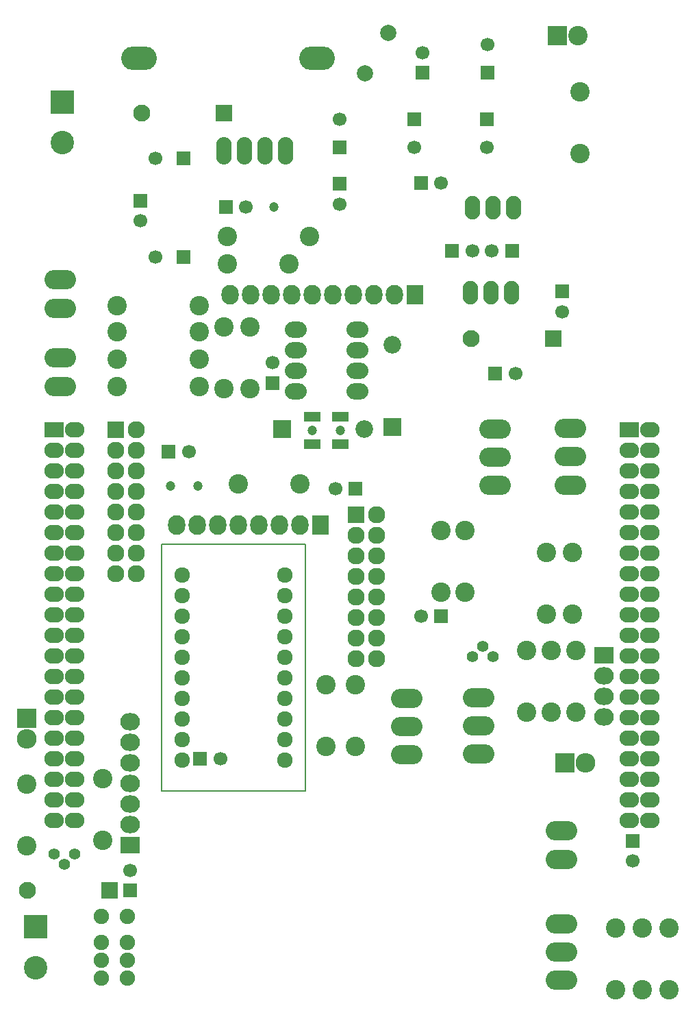
<source format=gbs>
G04 #@! TF.FileFunction,Soldermask,Bot*
%FSLAX46Y46*%
G04 Gerber Fmt 4.6, Leading zero omitted, Abs format (unit mm)*
G04 Created by KiCad (PCBNEW 4.0.2+e4-6225~38~ubuntu14.04.1-stable) date mar 10 may 2016 15:30:21 ART*
%MOMM*%
G01*
G04 APERTURE LIST*
%ADD10C,0.100000*%
%ADD11C,0.150000*%
%ADD12R,2.127200X2.127200*%
%ADD13O,2.127200X2.127200*%
%ADD14C,1.700000*%
%ADD15R,1.700000X1.700000*%
%ADD16C,2.099260*%
%ADD17R,2.099260X2.099260*%
%ADD18R,2.400000X2.400000*%
%ADD19C,2.400000*%
%ADD20O,1.901140X3.399740*%
%ADD21O,4.400500X2.899360*%
%ADD22C,2.000000*%
%ADD23R,2.100000X1.300000*%
%ADD24C,1.200000*%
%ADD25R,2.900000X2.900000*%
%ADD26C,2.900000*%
%ADD27C,1.900000*%
%ADD28C,2.398980*%
%ADD29C,1.924000*%
%ADD30R,2.127200X2.432000*%
%ADD31O,2.127200X2.432000*%
%ADD32R,2.432000X2.432000*%
%ADD33O,2.432000X2.432000*%
%ADD34R,2.432000X2.127200*%
%ADD35O,2.432000X2.127200*%
%ADD36C,1.400760*%
%ADD37O,2.700000X2.000000*%
%ADD38C,2.178000*%
%ADD39R,2.178000X2.178000*%
%ADD40O,3.900120X2.398980*%
%ADD41O,1.901140X2.899360*%
%ADD42R,2.400000X1.924000*%
%ADD43O,2.400000X1.924000*%
G04 APERTURE END LIST*
D10*
D11*
X93268800Y-103022400D02*
X111048800Y-103022400D01*
X111048800Y-103022400D02*
X111048800Y-133502400D01*
X111048800Y-133502400D02*
X93268800Y-133502400D01*
X93268800Y-133502400D02*
X93268800Y-103022400D01*
D12*
X87642700Y-88887300D03*
D13*
X90182700Y-88887300D03*
X87642700Y-91427300D03*
X90182700Y-91427300D03*
X87642700Y-93967300D03*
X90182700Y-93967300D03*
X87642700Y-96507300D03*
X90182700Y-96507300D03*
X87642700Y-99047300D03*
X90182700Y-99047300D03*
X87642700Y-101587300D03*
X90182700Y-101587300D03*
X87642700Y-104127300D03*
X90182700Y-104127300D03*
X87642700Y-106667300D03*
X90182700Y-106667300D03*
D14*
X133500000Y-54000000D03*
D15*
X133500000Y-50500000D03*
D14*
X124500000Y-54000000D03*
D15*
X124500000Y-50500000D03*
X136600000Y-66800000D03*
D14*
X134100000Y-66800000D03*
D15*
X142811500Y-71807700D03*
D14*
X142811500Y-74307700D03*
D15*
X125349000Y-58420000D03*
D14*
X127849000Y-58420000D03*
D15*
X94145100Y-91579700D03*
D14*
X96645100Y-91579700D03*
X133553200Y-41315760D03*
D15*
X133553200Y-44815760D03*
X101200000Y-61400000D03*
D14*
X103700000Y-61400000D03*
D15*
X125506480Y-44815760D03*
D14*
X125506480Y-42315760D03*
X92500000Y-55400000D03*
D15*
X96000000Y-55400000D03*
X129200000Y-66800000D03*
D14*
X131700000Y-66800000D03*
D15*
X90678000Y-60579000D03*
D14*
X90678000Y-63079000D03*
X92500000Y-67600000D03*
D15*
X96000000Y-67600000D03*
D14*
X115250000Y-50500000D03*
D15*
X115250000Y-54000000D03*
X106997500Y-83096100D03*
D14*
X106997500Y-80596100D03*
D15*
X151498300Y-139687300D03*
D14*
X151498300Y-142187300D03*
D15*
X98044000Y-129540000D03*
D14*
X100544000Y-129540000D03*
D15*
X89408000Y-145796000D03*
D14*
X89408000Y-143296000D03*
D15*
X117248300Y-96151700D03*
D14*
X114748300Y-96151700D03*
D16*
X90839480Y-49802540D03*
D17*
X100999480Y-49802540D03*
D18*
X142250000Y-40250000D03*
D19*
X144790000Y-40250000D03*
D20*
X108600000Y-54400000D03*
X106060000Y-54400000D03*
X103520000Y-54400000D03*
X100980000Y-54400000D03*
D21*
X112500740Y-43000000D03*
X90499260Y-43000000D03*
D22*
X121259600Y-39842440D03*
X118459600Y-44842440D03*
D23*
X115379500Y-87288900D03*
X115379500Y-90688900D03*
D24*
X115379500Y-88988900D03*
D23*
X111925100Y-87261700D03*
X111925100Y-90661700D03*
D24*
X111925100Y-88961700D03*
X107200000Y-61400000D03*
X97739200Y-95808800D03*
X94335600Y-95808800D03*
D25*
X81000000Y-48400000D03*
D26*
X81000000Y-53400000D03*
D27*
X89052000Y-149047200D03*
X85852000Y-149047200D03*
X85852000Y-152247200D03*
X85852000Y-154447200D03*
X85852000Y-156647200D03*
X89052000Y-152247200D03*
X89052000Y-154447200D03*
X89052000Y-156647200D03*
D28*
X87800000Y-83600000D03*
X97960000Y-83600000D03*
X87800000Y-80200000D03*
X97960000Y-80200000D03*
X87800000Y-76800000D03*
X97960000Y-76800000D03*
X87800000Y-73600000D03*
X97960000Y-73600000D03*
X101400000Y-65000000D03*
X111560000Y-65000000D03*
D29*
X95808800Y-106832400D03*
X95808800Y-109372400D03*
X95808800Y-111912400D03*
X95808800Y-114452400D03*
X95808800Y-116992400D03*
X95808800Y-119532400D03*
X95808800Y-122072400D03*
X95808800Y-124612400D03*
X95808800Y-127152400D03*
X95808800Y-129692400D03*
X108508800Y-129692400D03*
X108508800Y-127152400D03*
X108508800Y-124612400D03*
X108508800Y-122072400D03*
X108508800Y-119532400D03*
X108508800Y-116992400D03*
X108508800Y-114452400D03*
X108508800Y-111912400D03*
X108508800Y-109372400D03*
X108508800Y-106832400D03*
D30*
X124600000Y-72200000D03*
D31*
X122060000Y-72200000D03*
X119520000Y-72200000D03*
X116980000Y-72200000D03*
X114440000Y-72200000D03*
X111900000Y-72200000D03*
X109360000Y-72200000D03*
X106820000Y-72200000D03*
X104280000Y-72200000D03*
X101740000Y-72200000D03*
D12*
X117297200Y-99415600D03*
D13*
X119837200Y-99415600D03*
X117297200Y-101955600D03*
X119837200Y-101955600D03*
X117297200Y-104495600D03*
X119837200Y-104495600D03*
X117297200Y-107035600D03*
X119837200Y-107035600D03*
X117297200Y-109575600D03*
X119837200Y-109575600D03*
X117297200Y-112115600D03*
X119837200Y-112115600D03*
X117297200Y-114655600D03*
X119837200Y-114655600D03*
X117297200Y-117195600D03*
X119837200Y-117195600D03*
D32*
X143167100Y-130035300D03*
D33*
X145707100Y-130035300D03*
D32*
X76555600Y-124561600D03*
D33*
X76555600Y-127101600D03*
D34*
X89408000Y-140208000D03*
D35*
X89408000Y-137668000D03*
X89408000Y-135128000D03*
X89408000Y-132588000D03*
X89408000Y-130048000D03*
X89408000Y-127508000D03*
X89408000Y-124968000D03*
D30*
X112877600Y-100685600D03*
D31*
X110337600Y-100685600D03*
X107797600Y-100685600D03*
X105257600Y-100685600D03*
X102717600Y-100685600D03*
X100177600Y-100685600D03*
X97637600Y-100685600D03*
X95097600Y-100685600D03*
D36*
X81229200Y-142544800D03*
X79959200Y-141274800D03*
X82499200Y-141274800D03*
D37*
X117513100Y-84162900D03*
X117513100Y-81622900D03*
X117513100Y-79082900D03*
X117513100Y-76542900D03*
X109893100Y-76542900D03*
X109893100Y-79082900D03*
X109893100Y-81622900D03*
X109893100Y-84162900D03*
D16*
X131584700Y-77609700D03*
D17*
X141744700Y-77609700D03*
D38*
X121780300Y-78371700D03*
D39*
X121780300Y-88531700D03*
D38*
X118376700Y-88785700D03*
D39*
X108216700Y-88785700D03*
D16*
X76707480Y-145798540D03*
D17*
X86867480Y-145798540D03*
D40*
X80772000Y-83538060D03*
X80772000Y-80037940D03*
X80772000Y-73886060D03*
X80772000Y-70385940D03*
X134531100Y-92285820D03*
X134531100Y-88785700D03*
X134531100Y-95785940D03*
X143827500Y-92235020D03*
X143827500Y-88734900D03*
X143827500Y-95735140D03*
X123558300Y-125564900D03*
X123558300Y-129065020D03*
X123558300Y-122064780D03*
X132499100Y-125463300D03*
X132499100Y-128963420D03*
X132499100Y-121963180D03*
X142748000Y-153416000D03*
X142748000Y-156916120D03*
X142748000Y-149915880D03*
X142748000Y-138457940D03*
X142748000Y-141958060D03*
D25*
X77673200Y-150317200D03*
D26*
X77673200Y-155317200D03*
D28*
X145000000Y-54750000D03*
X145000000Y-47130000D03*
X104203500Y-76187300D03*
X104203500Y-83807300D03*
X101003100Y-76187300D03*
X101003100Y-83807300D03*
X101400000Y-68400000D03*
X109020000Y-68400000D03*
X140817600Y-111658400D03*
X140817600Y-104038400D03*
X144068800Y-111709200D03*
X144068800Y-104089200D03*
X127825500Y-101346000D03*
X127825500Y-108966000D03*
X130810000Y-101346000D03*
X130810000Y-108966000D03*
X113600000Y-120400000D03*
X113600000Y-128020000D03*
X117200000Y-120400000D03*
X117200000Y-128020000D03*
X138391900Y-116166900D03*
X138391900Y-123786900D03*
X141490700Y-116166900D03*
X141490700Y-123786900D03*
X152717500Y-150456900D03*
X152717500Y-158076900D03*
X156019500Y-150456900D03*
X156019500Y-158076900D03*
X149402800Y-158089600D03*
X149402800Y-150469600D03*
X144538700Y-116166900D03*
X144538700Y-123786900D03*
X76606400Y-140309600D03*
X76606400Y-132689600D03*
X102730300Y-95542100D03*
X110350300Y-95542100D03*
X85953600Y-139649200D03*
X85953600Y-132029200D03*
D15*
X127836300Y-111950500D03*
D14*
X125336300Y-111950500D03*
D34*
X147942300Y-116776500D03*
D35*
X147942300Y-119316500D03*
X147942300Y-121856500D03*
X147942300Y-124396500D03*
D15*
X115277900Y-58498100D03*
D14*
X115277900Y-60998100D03*
D15*
X134520300Y-81927700D03*
D14*
X137020300Y-81927700D03*
D41*
X134250000Y-61500000D03*
X136790000Y-61500000D03*
X131710000Y-61500000D03*
X134000000Y-72000000D03*
X136540000Y-72000000D03*
X131460000Y-72000000D03*
D36*
X133007100Y-115608100D03*
X134277100Y-116878100D03*
X131737100Y-116878100D03*
D42*
X151130000Y-88900000D03*
D43*
X153670000Y-88900000D03*
X151130000Y-101600000D03*
X153670000Y-91440000D03*
X151130000Y-104140000D03*
X153670000Y-93980000D03*
X151130000Y-106680000D03*
X153670000Y-96520000D03*
X151130000Y-109220000D03*
X153670000Y-99060000D03*
X151130000Y-111760000D03*
X153670000Y-101600000D03*
X151130000Y-114300000D03*
X153670000Y-104140000D03*
X151130000Y-116840000D03*
X153670000Y-106680000D03*
X151130000Y-119380000D03*
X153670000Y-109220000D03*
X151130000Y-121920000D03*
X153670000Y-111760000D03*
X151130000Y-124460000D03*
X153670000Y-114300000D03*
X151130000Y-127000000D03*
X153670000Y-116840000D03*
X153670000Y-119380000D03*
X151130000Y-129540000D03*
X153670000Y-121920000D03*
X153670000Y-127000000D03*
X153670000Y-129540000D03*
X153670000Y-132080000D03*
X153670000Y-134620000D03*
X151130000Y-132080000D03*
X151130000Y-134620000D03*
X151130000Y-91440000D03*
X151130000Y-93980000D03*
X151130000Y-96520000D03*
X151130000Y-99060000D03*
X151130000Y-137160000D03*
X153670000Y-137160000D03*
X153670000Y-124460000D03*
D42*
X80010000Y-88900000D03*
D43*
X82550000Y-88900000D03*
X80010000Y-91440000D03*
X82550000Y-91440000D03*
X80010000Y-93980000D03*
X82550000Y-93980000D03*
X80010000Y-96520000D03*
X82550000Y-96520000D03*
X80010000Y-99060000D03*
X82550000Y-99060000D03*
X80010000Y-101600000D03*
X82550000Y-101600000D03*
X80010000Y-104140000D03*
X82550000Y-104140000D03*
X80010000Y-106680000D03*
X82550000Y-106680000D03*
X80010000Y-109220000D03*
X82550000Y-109220000D03*
X80010000Y-111760000D03*
X82550000Y-111760000D03*
X80010000Y-114300000D03*
X82550000Y-114300000D03*
X80010000Y-116840000D03*
X82550000Y-116840000D03*
X80010000Y-119380000D03*
X82550000Y-119380000D03*
X80010000Y-121920000D03*
X82550000Y-121920000D03*
X80010000Y-124460000D03*
X82550000Y-124460000D03*
X80010000Y-127000000D03*
X82550000Y-127000000D03*
X80010000Y-129540000D03*
X82550000Y-129540000D03*
X80010000Y-132080000D03*
X82550000Y-132080000D03*
X80010000Y-134620000D03*
X82550000Y-134620000D03*
X80010000Y-137160000D03*
X82550000Y-137160000D03*
M02*

</source>
